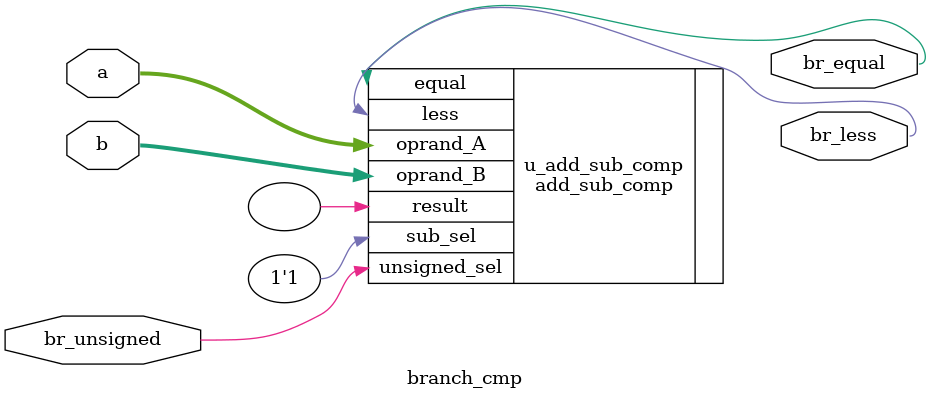
<source format=v>
module branch_cmp (
   input  wire [31:0]   a,
                        b,
   input  wire          br_unsigned,
   output wire          br_less,
                        br_equal
);
   
   add_sub_comp #(
      .DATA_W (32)
   ) u_add_sub_comp (
      .oprand_A      (a          ),
      .oprand_B      (b          ),
      .sub_sel       (1'b1       ),
      .unsigned_sel  (br_unsigned),
      .result        (           ),
      .less          (br_less    ),
      .equal         (br_equal   )
   );

endmodule
</source>
